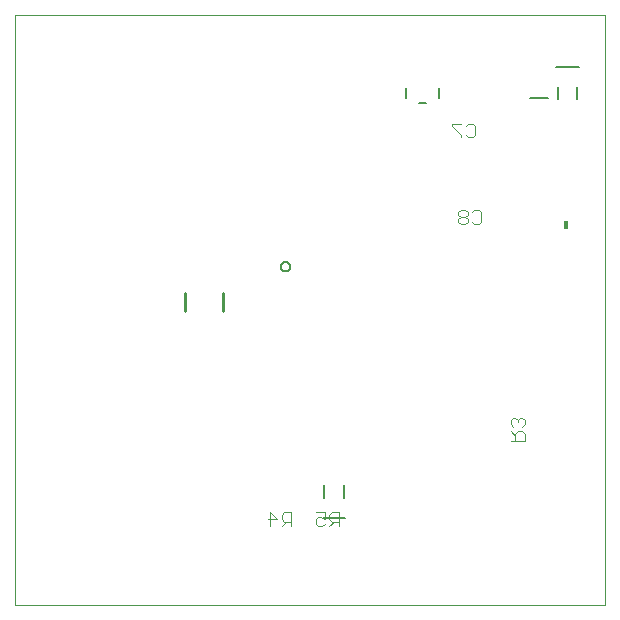
<source format=gbo>
G75*
G70*
%OFA0B0*%
%FSLAX24Y24*%
%IPPOS*%
%LPD*%
%AMOC8*
5,1,8,0,0,1.08239X$1,22.5*
%
%ADD10C,0.0000*%
%ADD11C,0.0050*%
%ADD12C,0.0080*%
%ADD13C,0.0087*%
%ADD14C,0.0040*%
%ADD15R,0.0180X0.0300*%
D10*
X000353Y000635D02*
X000353Y020320D01*
X020038Y020320D01*
X020038Y000635D01*
X000353Y000635D01*
D11*
X010614Y003547D02*
X011374Y003547D01*
X011314Y004207D02*
X011314Y004627D01*
X010674Y004627D02*
X010674Y004207D01*
X018458Y017493D02*
X018458Y017913D01*
X019098Y017913D02*
X019098Y017493D01*
X019158Y018573D02*
X018398Y018573D01*
D12*
X018129Y017535D02*
X017529Y017535D01*
X014507Y017533D02*
X014507Y017871D01*
X014053Y017383D02*
X013842Y017383D01*
X013387Y017533D02*
X013387Y017871D01*
X009222Y011920D02*
X009224Y011945D01*
X009230Y011969D01*
X009239Y011992D01*
X009252Y012013D01*
X009268Y012032D01*
X009287Y012048D01*
X009308Y012061D01*
X009331Y012070D01*
X009355Y012076D01*
X009380Y012078D01*
X009405Y012076D01*
X009429Y012070D01*
X009452Y012061D01*
X009473Y012048D01*
X009492Y012032D01*
X009508Y012013D01*
X009521Y011992D01*
X009530Y011969D01*
X009536Y011945D01*
X009538Y011920D01*
X009536Y011895D01*
X009530Y011871D01*
X009521Y011848D01*
X009508Y011827D01*
X009492Y011808D01*
X009473Y011792D01*
X009452Y011779D01*
X009429Y011770D01*
X009405Y011764D01*
X009380Y011762D01*
X009355Y011764D01*
X009331Y011770D01*
X009308Y011779D01*
X009287Y011792D01*
X009268Y011808D01*
X009252Y011827D01*
X009239Y011848D01*
X009230Y011871D01*
X009224Y011895D01*
X009222Y011920D01*
D13*
X007286Y011056D02*
X007286Y010426D01*
X006026Y010426D02*
X006026Y011056D01*
D14*
X008873Y003728D02*
X009103Y003498D01*
X008796Y003498D01*
X008873Y003268D02*
X008873Y003728D01*
X009257Y003651D02*
X009257Y003498D01*
X009333Y003421D01*
X009563Y003421D01*
X009410Y003421D02*
X009257Y003268D01*
X009563Y003268D02*
X009563Y003728D01*
X009333Y003728D01*
X009257Y003651D01*
X010379Y003728D02*
X010686Y003728D01*
X010686Y003498D01*
X010532Y003574D01*
X010456Y003574D01*
X010379Y003498D01*
X010379Y003344D01*
X010456Y003268D01*
X010609Y003268D01*
X010686Y003344D01*
X010839Y003268D02*
X010993Y003421D01*
X010916Y003421D02*
X010839Y003498D01*
X010839Y003651D01*
X010916Y003728D01*
X011146Y003728D01*
X011146Y003268D01*
X011146Y003421D02*
X010916Y003421D01*
X016887Y006125D02*
X017347Y006125D01*
X017347Y006355D01*
X017271Y006432D01*
X017117Y006432D01*
X017040Y006355D01*
X017040Y006125D01*
X017040Y006278D02*
X016887Y006432D01*
X016964Y006585D02*
X016887Y006662D01*
X016887Y006816D01*
X016964Y006892D01*
X017040Y006892D01*
X017117Y006816D01*
X017117Y006739D01*
X017117Y006816D02*
X017194Y006892D01*
X017271Y006892D01*
X017347Y006816D01*
X017347Y006662D01*
X017271Y006585D01*
X015830Y013344D02*
X015677Y013344D01*
X015600Y013421D01*
X015447Y013421D02*
X015370Y013344D01*
X015217Y013344D01*
X015140Y013421D01*
X015140Y013497D01*
X015217Y013574D01*
X015370Y013574D01*
X015447Y013651D01*
X015447Y013728D01*
X015370Y013804D01*
X015217Y013804D01*
X015140Y013728D01*
X015140Y013651D01*
X015217Y013574D01*
X015370Y013574D02*
X015447Y013497D01*
X015447Y013421D01*
X015600Y013728D02*
X015677Y013804D01*
X015830Y013804D01*
X015907Y013728D01*
X015907Y013421D01*
X015830Y013344D01*
X015622Y016226D02*
X015469Y016226D01*
X015392Y016303D01*
X015239Y016303D02*
X015239Y016226D01*
X015239Y016303D02*
X014932Y016609D01*
X014932Y016686D01*
X015239Y016686D01*
X015392Y016609D02*
X015469Y016686D01*
X015622Y016686D01*
X015699Y016609D01*
X015699Y016303D01*
X015622Y016226D01*
D15*
X018743Y013320D03*
M02*

</source>
